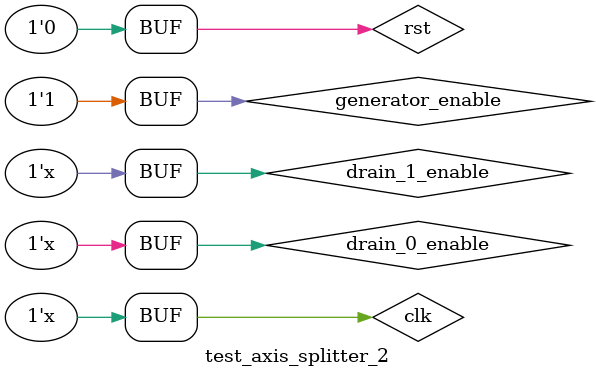
<source format=sv>
`timescale 1ns / 1ps


module test_axis_splitter_2;
	parameter DATA_WIDTH=16;
	parameter PERIOD=10;
	
	reg clk, rst;
	
	reg generator_enable;
	wire gen_valid, gen_ready;
	wire[DATA_WIDTH-1:0] gen_data;
	
	wire splitter_0_valid, splitter_0_ready;
	wire[DATA_WIDTH-1:0] splitter_0_data;
	
	wire splitter_1_valid, splitter_1_ready;
	wire[DATA_WIDTH-1:0] splitter_1_data;
	
	reg drain_0_enable, drain_1_enable;
	
	always #(PERIOD) clk = ~clk;
	
	initial begin
		generator_enable = 0;
		drain_0_enable = 0;
		drain_1_enable = 0;
		clk = 0;
		rst = 1;
		#(PERIOD*2)
		#(PERIOD/2)
		rst = 0;
		generator_enable = 1;
	end
	
	always begin
		#(PERIOD*2)
		drain_0_enable = ~drain_0_enable;
	end
	
	always begin
		#(PERIOD*3)
		drain_1_enable = ~drain_1_enable;
	end
	
	
	
	
	helper_axis_generator #(.DATA_WIDTH(DATA_WIDTH)) GEN
		(
			.clk(clk), .rst(rst), .enable(generator_enable),
			.output_valid(gen_valid),
			.output_data(gen_data),
			.output_ready(gen_ready)
		);
		
		
	axis_splitter_2 #(.DATA_WIDTH(DATA_WIDTH)) SPLITTER
		(
			.clk(clk), .rst(rst),
			.input_valid(gen_valid),
			.input_data(gen_data),
			.input_ready(gen_ready),
			.output_0_valid(splitter_0_valid),
			.output_0_data(splitter_0_data),
			.output_0_ready(splitter_0_ready),
			.output_1_valid(splitter_1_valid),
			.output_1_data(splitter_1_data),
			.output_1_ready(splitter_1_ready)
		);
	
	helper_axis_drain #(.DATA_WIDTH(DATA_WIDTH)) DRAIN_0
		(
			.clk(clk), .rst(rst), .enable(drain_0_enable),
			.input_valid(splitter_0_valid),
			.input_ready(splitter_0_ready),
			.input_data(splitter_0_data)
		);
		
	helper_axis_drain #(.DATA_WIDTH(DATA_WIDTH)) DRAIN_1
		(
			.clk(clk), .rst(rst), .enable(drain_1_enable),
			.input_valid(splitter_1_valid),
			.input_ready(splitter_1_ready),
			.input_data(splitter_1_data)
		);
	

endmodule

</source>
